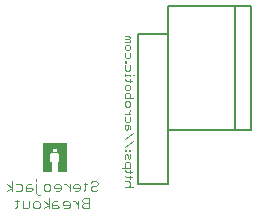
<source format=gbo>
G75*
%MOIN*%
%OFA0B0*%
%FSLAX24Y24*%
%IPPOS*%
%LPD*%
%AMOC8*
5,1,8,0,0,1.08239X$1,22.5*
%
%ADD10C,0.0040*%
%ADD11C,0.0030*%
%ADD12C,0.0080*%
%ADD13C,0.0010*%
D10*
X010372Y008295D02*
X010429Y008352D01*
X010429Y008579D01*
X010485Y008522D02*
X010372Y008522D01*
X010608Y008522D02*
X010608Y008295D01*
X010779Y008295D01*
X010835Y008352D01*
X010835Y008522D01*
X010958Y008465D02*
X011015Y008522D01*
X011129Y008522D01*
X011185Y008465D01*
X011185Y008352D01*
X011129Y008295D01*
X011015Y008295D01*
X010958Y008352D01*
X010958Y008465D01*
X011129Y008752D02*
X011072Y008808D01*
X011072Y009092D01*
X011072Y009205D02*
X011072Y009262D01*
X010895Y009092D02*
X010782Y009092D01*
X010725Y009035D01*
X010725Y008865D01*
X010895Y008865D01*
X010952Y008922D01*
X010895Y008978D01*
X010725Y008978D01*
X010602Y008922D02*
X010545Y008865D01*
X010375Y008865D01*
X010252Y008865D02*
X010252Y009205D01*
X010375Y009092D02*
X010545Y009092D01*
X010602Y009035D01*
X010602Y008922D01*
X010252Y008978D02*
X010082Y009092D01*
X010252Y008978D02*
X010082Y008865D01*
X011129Y008752D02*
X011185Y008752D01*
X011308Y008922D02*
X011308Y009035D01*
X011365Y009092D01*
X011478Y009092D01*
X011535Y009035D01*
X011535Y008922D01*
X011478Y008865D01*
X011365Y008865D01*
X011308Y008922D01*
X011658Y008978D02*
X011658Y009035D01*
X011715Y009092D01*
X011828Y009092D01*
X011885Y009035D01*
X011885Y008922D01*
X011828Y008865D01*
X011715Y008865D01*
X011658Y008978D02*
X011885Y008978D01*
X012006Y009092D02*
X012063Y009092D01*
X012177Y008978D01*
X012177Y008865D02*
X012177Y009092D01*
X012300Y009035D02*
X012300Y008978D01*
X012527Y008978D01*
X012527Y008922D02*
X012527Y009035D01*
X012470Y009092D01*
X012356Y009092D01*
X012300Y009035D01*
X012356Y008865D02*
X012470Y008865D01*
X012527Y008922D01*
X012646Y008865D02*
X012703Y008922D01*
X012703Y009149D01*
X012760Y009092D02*
X012646Y009092D01*
X012883Y009149D02*
X012940Y009205D01*
X013053Y009205D01*
X013110Y009149D01*
X013110Y009092D01*
X013053Y009035D01*
X012940Y009035D01*
X012883Y008978D01*
X012883Y008922D01*
X012940Y008865D01*
X013053Y008865D01*
X013110Y008922D01*
X012818Y008635D02*
X012648Y008635D01*
X012591Y008579D01*
X012591Y008522D01*
X012648Y008465D01*
X012818Y008465D01*
X012818Y008295D02*
X012648Y008295D01*
X012591Y008352D01*
X012591Y008408D01*
X012648Y008465D01*
X012468Y008408D02*
X012355Y008522D01*
X012298Y008522D01*
X012177Y008465D02*
X012120Y008522D01*
X012006Y008522D01*
X011950Y008465D01*
X011950Y008408D01*
X012177Y008408D01*
X012177Y008352D02*
X012177Y008465D01*
X012177Y008352D02*
X012120Y008295D01*
X012006Y008295D01*
X011827Y008352D02*
X011770Y008408D01*
X011600Y008408D01*
X011600Y008465D02*
X011600Y008295D01*
X011770Y008295D01*
X011827Y008352D01*
X011770Y008522D02*
X011657Y008522D01*
X011600Y008465D01*
X011477Y008408D02*
X011307Y008522D01*
X011477Y008635D02*
X011477Y008295D01*
X011477Y008408D02*
X011307Y008295D01*
X012468Y008295D02*
X012468Y008522D01*
X012818Y008635D02*
X012818Y008295D01*
D11*
X014020Y009010D02*
X014290Y009010D01*
X014200Y009055D02*
X014200Y009145D01*
X014155Y009190D01*
X014020Y009190D01*
X014065Y009331D02*
X014020Y009376D01*
X014065Y009331D02*
X014245Y009331D01*
X014200Y009286D02*
X014200Y009376D01*
X014200Y009470D02*
X014200Y009560D01*
X014245Y009515D02*
X014065Y009515D01*
X014020Y009560D01*
X014020Y009654D02*
X014020Y009789D01*
X014065Y009835D01*
X014155Y009835D01*
X014200Y009789D01*
X014200Y009654D01*
X013930Y009654D01*
X014020Y009931D02*
X014020Y010066D01*
X014065Y010111D01*
X014110Y010066D01*
X014110Y009976D01*
X014155Y009931D01*
X014200Y009976D01*
X014200Y010111D01*
X014200Y010207D02*
X014155Y010207D01*
X014155Y010252D01*
X014200Y010252D01*
X014200Y010207D01*
X014065Y010207D02*
X014020Y010207D01*
X014020Y010252D01*
X014065Y010252D01*
X014065Y010207D01*
X014020Y010345D02*
X014290Y010525D01*
X014290Y010801D02*
X014020Y010621D01*
X014065Y010897D02*
X014110Y010942D01*
X014110Y011078D01*
X014155Y011078D02*
X014020Y011078D01*
X014020Y010942D01*
X014065Y010897D01*
X014200Y010942D02*
X014200Y011033D01*
X014155Y011078D01*
X014155Y011174D02*
X014065Y011174D01*
X014020Y011219D01*
X014020Y011354D01*
X014020Y011450D02*
X014200Y011450D01*
X014110Y011450D02*
X014200Y011540D01*
X014200Y011585D01*
X014155Y011680D02*
X014065Y011680D01*
X014020Y011725D01*
X014020Y011815D01*
X014065Y011860D01*
X014155Y011860D01*
X014200Y011815D01*
X014200Y011725D01*
X014155Y011680D01*
X014200Y011956D02*
X014200Y012091D01*
X014155Y012136D01*
X014065Y012136D01*
X014020Y012091D01*
X014020Y011956D01*
X014290Y011956D01*
X014155Y012233D02*
X014065Y012233D01*
X014020Y012278D01*
X014020Y012368D01*
X014065Y012413D01*
X014155Y012413D01*
X014200Y012368D01*
X014200Y012278D01*
X014155Y012233D01*
X014200Y012509D02*
X014200Y012599D01*
X014245Y012554D02*
X014065Y012554D01*
X014020Y012599D01*
X014020Y012693D02*
X014020Y012783D01*
X014020Y012738D02*
X014200Y012738D01*
X014200Y012693D01*
X014290Y012738D02*
X014335Y012738D01*
X014155Y012877D02*
X014200Y012922D01*
X014200Y013057D01*
X014065Y013153D02*
X014065Y013198D01*
X014020Y013198D01*
X014020Y013153D01*
X014065Y013153D01*
X014020Y013057D02*
X014020Y012922D01*
X014065Y012877D01*
X014155Y012877D01*
X014155Y013291D02*
X014065Y013291D01*
X014020Y013337D01*
X014020Y013472D01*
X014065Y013568D02*
X014020Y013613D01*
X014020Y013703D01*
X014065Y013748D01*
X014155Y013748D01*
X014200Y013703D01*
X014200Y013613D01*
X014155Y013568D01*
X014065Y013568D01*
X014200Y013472D02*
X014200Y013337D01*
X014155Y013291D01*
X014200Y013844D02*
X014020Y013844D01*
X014020Y013934D02*
X014155Y013934D01*
X014200Y013979D01*
X014155Y014024D01*
X014020Y014024D01*
X014155Y013934D02*
X014200Y013889D01*
X014200Y013844D01*
X014200Y011354D02*
X014200Y011219D01*
X014155Y011174D01*
X014200Y009055D02*
X014155Y009010D01*
D12*
X014455Y009100D02*
X015455Y009100D01*
X015455Y014100D01*
X014455Y014100D01*
X014455Y009100D01*
X015467Y010911D02*
X015467Y015045D01*
X017687Y015045D01*
X017687Y010911D01*
X018222Y010911D01*
X018222Y015045D01*
X017687Y015045D01*
X017687Y010911D02*
X015467Y010911D01*
D13*
X012055Y010478D02*
X012055Y009550D01*
X011781Y009550D01*
X011781Y009820D01*
X011831Y009846D01*
X011831Y010128D01*
X011783Y010168D01*
X011783Y010186D01*
X011583Y010186D01*
X011583Y010170D01*
X011757Y010170D01*
X011779Y010170D01*
X011779Y010192D01*
X011757Y010192D01*
X011757Y010284D01*
X011729Y010310D01*
X011603Y010310D01*
X011581Y010288D01*
X011581Y010170D01*
X011551Y010170D01*
X011503Y010130D01*
X011503Y009846D01*
X011553Y009822D01*
X011553Y009548D01*
X011279Y009548D01*
X011279Y010478D01*
X012055Y010478D01*
X012055Y010475D02*
X011279Y010475D01*
X011279Y010466D02*
X012055Y010466D01*
X012055Y010458D02*
X011279Y010458D01*
X011279Y010449D02*
X012055Y010449D01*
X012055Y010441D02*
X011279Y010441D01*
X011279Y010432D02*
X012055Y010432D01*
X012055Y010424D02*
X011279Y010424D01*
X011279Y010415D02*
X012055Y010415D01*
X012055Y010407D02*
X011279Y010407D01*
X011279Y010398D02*
X012055Y010398D01*
X012055Y010390D02*
X011279Y010390D01*
X011279Y010381D02*
X012055Y010381D01*
X012055Y010373D02*
X011279Y010373D01*
X011279Y010364D02*
X012055Y010364D01*
X012055Y010356D02*
X011279Y010356D01*
X011279Y010347D02*
X012055Y010347D01*
X012055Y010339D02*
X011279Y010339D01*
X011279Y010330D02*
X012055Y010330D01*
X012055Y010322D02*
X011279Y010322D01*
X011279Y010313D02*
X012055Y010313D01*
X012055Y010305D02*
X011735Y010305D01*
X011744Y010296D02*
X012055Y010296D01*
X012055Y010288D02*
X011753Y010288D01*
X011757Y010279D02*
X012055Y010279D01*
X012055Y010271D02*
X011757Y010271D01*
X011757Y010262D02*
X012055Y010262D01*
X012055Y010254D02*
X011757Y010254D01*
X011757Y010245D02*
X012055Y010245D01*
X012055Y010237D02*
X011757Y010237D01*
X011757Y010228D02*
X012055Y010228D01*
X012055Y010220D02*
X011757Y010220D01*
X011757Y010211D02*
X012055Y010211D01*
X012055Y010203D02*
X011757Y010203D01*
X011757Y010194D02*
X012055Y010194D01*
X012055Y010186D02*
X011783Y010186D01*
X011779Y010186D02*
X011583Y010186D01*
X011581Y010186D02*
X011279Y010186D01*
X011279Y010194D02*
X011581Y010194D01*
X011581Y010203D02*
X011279Y010203D01*
X011279Y010211D02*
X011581Y010211D01*
X011581Y010220D02*
X011279Y010220D01*
X011279Y010228D02*
X011581Y010228D01*
X011581Y010237D02*
X011279Y010237D01*
X011279Y010245D02*
X011581Y010245D01*
X011581Y010254D02*
X011279Y010254D01*
X011279Y010262D02*
X011581Y010262D01*
X011581Y010271D02*
X011279Y010271D01*
X011279Y010279D02*
X011581Y010279D01*
X011581Y010288D02*
X011279Y010288D01*
X011279Y010296D02*
X011589Y010296D01*
X011598Y010305D02*
X011279Y010305D01*
X011279Y010177D02*
X011581Y010177D01*
X011583Y010177D02*
X011779Y010177D01*
X011783Y010177D02*
X012055Y010177D01*
X012055Y010169D02*
X011783Y010169D01*
X011793Y010160D02*
X012055Y010160D01*
X012055Y010152D02*
X011803Y010152D01*
X011813Y010143D02*
X012055Y010143D01*
X012055Y010135D02*
X011823Y010135D01*
X011831Y010126D02*
X012055Y010126D01*
X012055Y010118D02*
X011831Y010118D01*
X011831Y010109D02*
X012055Y010109D01*
X012055Y010101D02*
X011831Y010101D01*
X011831Y010092D02*
X012055Y010092D01*
X012055Y010084D02*
X011831Y010084D01*
X011831Y010075D02*
X012055Y010075D01*
X012055Y010067D02*
X011831Y010067D01*
X011831Y010058D02*
X012055Y010058D01*
X012055Y010050D02*
X011831Y010050D01*
X011831Y010041D02*
X012055Y010041D01*
X012055Y010033D02*
X011831Y010033D01*
X011831Y010024D02*
X012055Y010024D01*
X012055Y010016D02*
X011831Y010016D01*
X011831Y010007D02*
X012055Y010007D01*
X012055Y009999D02*
X011831Y009999D01*
X011831Y009990D02*
X012055Y009990D01*
X012055Y009982D02*
X011831Y009982D01*
X011831Y009973D02*
X012055Y009973D01*
X012055Y009965D02*
X011831Y009965D01*
X011831Y009956D02*
X012055Y009956D01*
X012055Y009948D02*
X011831Y009948D01*
X011831Y009939D02*
X012055Y009939D01*
X012055Y009931D02*
X011831Y009931D01*
X011831Y009922D02*
X012055Y009922D01*
X012055Y009914D02*
X011831Y009914D01*
X011831Y009905D02*
X012055Y009905D01*
X012055Y009897D02*
X011831Y009897D01*
X011831Y009888D02*
X012055Y009888D01*
X012055Y009880D02*
X011831Y009880D01*
X011831Y009871D02*
X012055Y009871D01*
X012055Y009863D02*
X011831Y009863D01*
X011831Y009854D02*
X012055Y009854D01*
X012055Y009846D02*
X011830Y009846D01*
X011814Y009837D02*
X012055Y009837D01*
X012055Y009829D02*
X011798Y009829D01*
X011781Y009820D02*
X012055Y009820D01*
X012055Y009812D02*
X011781Y009812D01*
X011781Y009803D02*
X012055Y009803D01*
X012055Y009795D02*
X011781Y009795D01*
X011781Y009786D02*
X012055Y009786D01*
X012055Y009778D02*
X011781Y009778D01*
X011781Y009769D02*
X012055Y009769D01*
X012055Y009761D02*
X011781Y009761D01*
X011781Y009752D02*
X012055Y009752D01*
X012055Y009744D02*
X011781Y009744D01*
X011781Y009735D02*
X012055Y009735D01*
X012055Y009727D02*
X011781Y009727D01*
X011781Y009718D02*
X012055Y009718D01*
X012055Y009710D02*
X011781Y009710D01*
X011781Y009701D02*
X012055Y009701D01*
X012055Y009693D02*
X011781Y009693D01*
X011781Y009684D02*
X012055Y009684D01*
X012055Y009676D02*
X011781Y009676D01*
X011781Y009667D02*
X012055Y009667D01*
X012055Y009659D02*
X011781Y009659D01*
X011781Y009650D02*
X012055Y009650D01*
X012055Y009642D02*
X011781Y009642D01*
X011781Y009633D02*
X012055Y009633D01*
X012055Y009625D02*
X011781Y009625D01*
X011781Y009616D02*
X012055Y009616D01*
X012055Y009608D02*
X011781Y009608D01*
X011781Y009599D02*
X012055Y009599D01*
X012055Y009591D02*
X011781Y009591D01*
X011781Y009582D02*
X012055Y009582D01*
X012055Y009574D02*
X011781Y009574D01*
X011781Y009565D02*
X012055Y009565D01*
X012055Y009557D02*
X011781Y009557D01*
X011553Y009557D02*
X011279Y009557D01*
X011279Y009565D02*
X011553Y009565D01*
X011553Y009574D02*
X011279Y009574D01*
X011279Y009582D02*
X011553Y009582D01*
X011553Y009591D02*
X011279Y009591D01*
X011279Y009599D02*
X011553Y009599D01*
X011553Y009608D02*
X011279Y009608D01*
X011279Y009616D02*
X011553Y009616D01*
X011553Y009625D02*
X011279Y009625D01*
X011279Y009633D02*
X011553Y009633D01*
X011553Y009642D02*
X011279Y009642D01*
X011279Y009650D02*
X011553Y009650D01*
X011553Y009659D02*
X011279Y009659D01*
X011279Y009667D02*
X011553Y009667D01*
X011553Y009676D02*
X011279Y009676D01*
X011279Y009684D02*
X011553Y009684D01*
X011553Y009693D02*
X011279Y009693D01*
X011279Y009701D02*
X011553Y009701D01*
X011553Y009710D02*
X011279Y009710D01*
X011279Y009718D02*
X011553Y009718D01*
X011553Y009727D02*
X011279Y009727D01*
X011279Y009735D02*
X011553Y009735D01*
X011553Y009744D02*
X011279Y009744D01*
X011279Y009752D02*
X011553Y009752D01*
X011553Y009761D02*
X011279Y009761D01*
X011279Y009769D02*
X011553Y009769D01*
X011553Y009778D02*
X011279Y009778D01*
X011279Y009786D02*
X011553Y009786D01*
X011553Y009795D02*
X011279Y009795D01*
X011279Y009803D02*
X011553Y009803D01*
X011553Y009812D02*
X011279Y009812D01*
X011279Y009820D02*
X011553Y009820D01*
X011539Y009829D02*
X011279Y009829D01*
X011279Y009837D02*
X011522Y009837D01*
X011504Y009846D02*
X011279Y009846D01*
X011279Y009854D02*
X011503Y009854D01*
X011503Y009863D02*
X011279Y009863D01*
X011279Y009871D02*
X011503Y009871D01*
X011503Y009880D02*
X011279Y009880D01*
X011279Y009888D02*
X011503Y009888D01*
X011503Y009897D02*
X011279Y009897D01*
X011279Y009905D02*
X011503Y009905D01*
X011503Y009914D02*
X011279Y009914D01*
X011279Y009922D02*
X011503Y009922D01*
X011503Y009931D02*
X011279Y009931D01*
X011279Y009939D02*
X011503Y009939D01*
X011503Y009948D02*
X011279Y009948D01*
X011279Y009956D02*
X011503Y009956D01*
X011503Y009965D02*
X011279Y009965D01*
X011279Y009973D02*
X011503Y009973D01*
X011503Y009982D02*
X011279Y009982D01*
X011279Y009990D02*
X011503Y009990D01*
X011503Y009999D02*
X011279Y009999D01*
X011279Y010007D02*
X011503Y010007D01*
X011503Y010016D02*
X011279Y010016D01*
X011279Y010024D02*
X011503Y010024D01*
X011503Y010033D02*
X011279Y010033D01*
X011279Y010041D02*
X011503Y010041D01*
X011503Y010050D02*
X011279Y010050D01*
X011279Y010058D02*
X011503Y010058D01*
X011503Y010067D02*
X011279Y010067D01*
X011279Y010075D02*
X011503Y010075D01*
X011503Y010084D02*
X011279Y010084D01*
X011279Y010092D02*
X011503Y010092D01*
X011503Y010101D02*
X011279Y010101D01*
X011279Y010109D02*
X011503Y010109D01*
X011503Y010118D02*
X011279Y010118D01*
X011279Y010126D02*
X011503Y010126D01*
X011509Y010135D02*
X011279Y010135D01*
X011279Y010143D02*
X011519Y010143D01*
X011529Y010152D02*
X011279Y010152D01*
X011279Y010160D02*
X011539Y010160D01*
X011549Y010169D02*
X011279Y010169D01*
X011279Y009548D02*
X011553Y009548D01*
M02*

</source>
